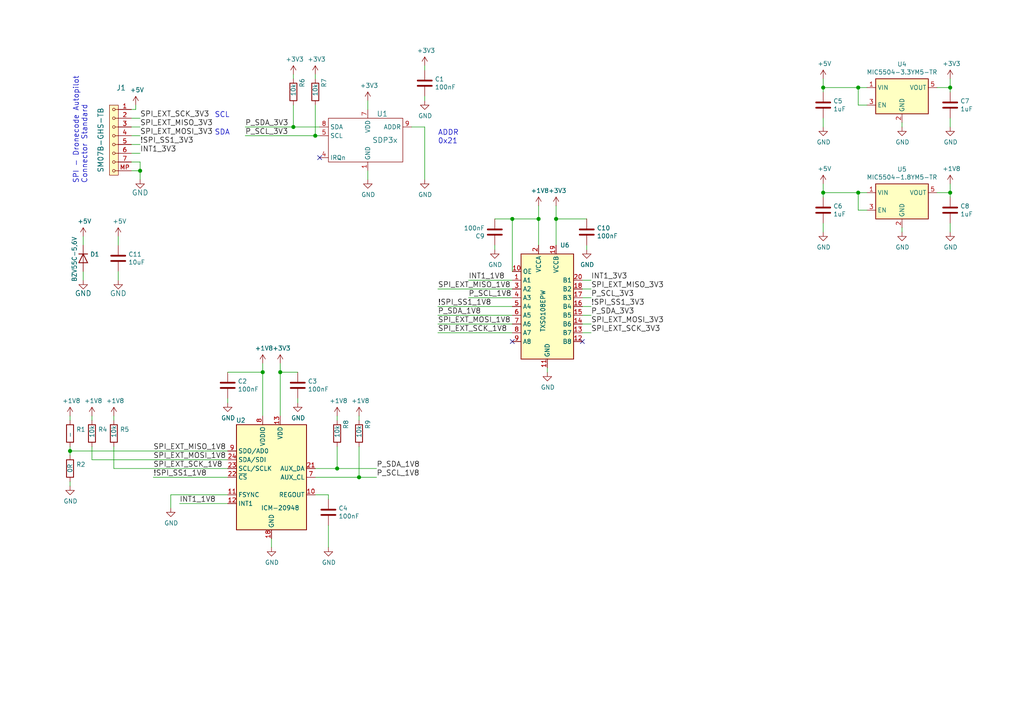
<source format=kicad_sch>
(kicad_sch (version 20201015) (generator eeschema)
  (page 1 1)
  (paper "A4")
  (title_block (title "NAME") (date "%F") (rev "REV") (company "Mlab www.mlab.cz") (comment 1 "VERSION") (comment 2 "Short description \\nTwo lines are maximum") (comment 3 "nickname <email@example.com>") (comment 4 "BSD"))
  (lib_symbols
    (symbol "Device:C" (pin_numbers hide) (pin_names (offset 0.254))
      (property "Reference" "C" (at 0.635 2.54 0))
      (property "Value" "C" (at 0.635 -2.54 0))
      (symbol "C_0_1"
        (polyline (pts (xy -2.032 -0.762) (xy 2.032 -0.762)) (stroke (width 0.508)))
        (polyline (pts (xy -2.032 0.762) (xy 2.032 0.762)) (stroke (width 0.508)))
      )
      (symbol "C_1_1"
        (pin passive line (at 0 3.81 270) (length 2.794) (name "~") (number "1"))
        (pin passive line (at 0 -3.81 90) (length 2.794) (name "~") (number "2"))
      )
    )
    (symbol "Device:D" (pin_numbers hide) (pin_names (offset 1.016) hide)
      (property "Reference" "D" (at 0 2.54 0))
      (property "Value" "D" (at 0 -2.54 0))
      (symbol "D_0_1"
        (polyline (pts (xy -1.27 1.27) (xy -1.27 -1.27)) (stroke (width 0.254)))
        (polyline (pts (xy 1.27 0) (xy -1.27 0)))
        (polyline (pts (xy 1.27 1.27) (xy 1.27 -1.27) (xy -1.27 0) (xy 1.27 1.27)) (stroke (width 0.254)))
      )
      (symbol "D_1_1"
        (pin passive line (at -3.81 0 0) (length 2.54) (name "K") (number "1"))
        (pin passive line (at 3.81 0 180) (length 2.54) (name "A") (number "2"))
      )
    )
    (symbol "Device:R" (pin_numbers hide) (pin_names (offset 0))
      (property "Reference" "R" (at 2.032 0 90))
      (property "Value" "R" (at 0 0 90))
      (symbol "R_0_1"
        (rectangle (start -1.016 -2.54) (end 1.016 2.54) (stroke (width 0.254)))
      )
      (symbol "R_1_1"
        (pin passive line (at 0 3.81 270) (length 1.27) (name "~") (number "1"))
        (pin passive line (at 0 -3.81 90) (length 1.27) (name "~") (number "2"))
      )
    )
    (symbol "Logic_LevelTranslator:TXS0108EPW"
      (property "Reference" "U" (at -6.35 16.51 0))
      (property "Value" "TXS0108EPW" (at 3.81 16.51 0))
      (symbol "TXS0108EPW_0_1"
        (rectangle (start -7.62 15.24) (end 7.62 -15.24) (stroke (width 0.254)) (fill (type background)))
      )
      (symbol "TXS0108EPW_1_1"
        (pin bidirectional line (at -10.16 7.62 0) (length 2.54) (name "A1") (number "1"))
        (pin input line (at -10.16 10.16 0) (length 2.54) (name "OE") (number "10"))
        (pin power_in line (at 0 -17.78 90) (length 2.54) (name "GND") (number "11"))
        (pin bidirectional line (at 10.16 -10.16 180) (length 2.54) (name "B8") (number "12"))
        (pin bidirectional line (at 10.16 -7.62 180) (length 2.54) (name "B7") (number "13"))
        (pin bidirectional line (at 10.16 -5.08 180) (length 2.54) (name "B6") (number "14"))
        (pin bidirectional line (at 10.16 -2.54 180) (length 2.54) (name "B5") (number "15"))
        (pin bidirectional line (at 10.16 0 180) (length 2.54) (name "B4") (number "16"))
        (pin bidirectional line (at 10.16 2.54 180) (length 2.54) (name "B3") (number "17"))
        (pin bidirectional line (at 10.16 5.08 180) (length 2.54) (name "B2") (number "18"))
        (pin power_in line (at 2.54 17.78 270) (length 2.54) (name "VCCB") (number "19"))
        (pin power_in line (at -2.54 17.78 270) (length 2.54) (name "VCCA") (number "2"))
        (pin bidirectional line (at 10.16 7.62 180) (length 2.54) (name "B1") (number "20"))
        (pin bidirectional line (at -10.16 5.08 0) (length 2.54) (name "A2") (number "3"))
        (pin bidirectional line (at -10.16 2.54 0) (length 2.54) (name "A3") (number "4"))
        (pin bidirectional line (at -10.16 0 0) (length 2.54) (name "A4") (number "5"))
        (pin bidirectional line (at -10.16 -2.54 0) (length 2.54) (name "A5") (number "6"))
        (pin bidirectional line (at -10.16 -5.08 0) (length 2.54) (name "A6") (number "7"))
        (pin bidirectional line (at -10.16 -7.62 0) (length 2.54) (name "A7") (number "8"))
        (pin bidirectional line (at -10.16 -10.16 0) (length 2.54) (name "A8") (number "9"))
      )
    )
    (symbol "MLAB_CONNECTORS_JST:SM07B-GHS-TB" (pin_names (offset 1.016))
      (property "Reference" "J" (at 0 -11.43 0))
      (property "Value" "SM07B-GHS-TB" (at 0 11.43 0))
      (symbol "SM07B-GHS-TB_0_1"
        (circle (center 0 -8.89) (radius 0.381))
        (circle (center 0 -6.35) (radius 0.381))
        (circle (center 0 -3.81) (radius 0.381))
        (circle (center 0 -1.27) (radius 0.381))
        (circle (center 0 1.27) (radius 0.381))
        (circle (center 0 3.81) (radius 0.381))
        (circle (center 0 6.35) (radius 0.381))
        (circle (center 0 8.89) (radius 0.381))
        (rectangle (start -1.27 10.16) (end 1.27 -10.16) (fill (type background)))
        (polyline (pts (xy -1.27 -8.89) (xy -0.381 -8.89)))
        (polyline (pts (xy -1.27 -6.35) (xy -0.381 -6.35)))
        (polyline (pts (xy -1.27 -3.81) (xy -0.381 -3.81)))
        (polyline (pts (xy -1.27 -1.27) (xy -0.381 -1.27)))
        (polyline (pts (xy -1.27 1.27) (xy -0.381 1.27)))
        (polyline (pts (xy -1.27 3.81) (xy -0.381 3.81)))
        (polyline (pts (xy -1.27 6.35) (xy -0.381 6.35)))
        (polyline (pts (xy -1.27 8.89) (xy -0.381 8.89)))
      )
      (symbol "SM07B-GHS-TB_1_1"
        (pin input line (at -5.08 8.89 0) (length 3.81) (name "~") (number "1"))
        (pin input line (at -5.08 6.35 0) (length 3.81) (name "~") (number "2"))
        (pin input line (at -5.08 3.81 0) (length 3.81) (name "~") (number "3"))
        (pin input line (at -5.08 1.27 0) (length 3.81) (name "~") (number "4"))
        (pin input line (at -5.08 -1.27 0) (length 3.81) (name "~") (number "5"))
        (pin input line (at -5.08 -3.81 0) (length 3.81) (name "~") (number "6"))
        (pin input line (at -5.08 -6.35 0) (length 3.81) (name "~") (number "7"))
        (pin input line (at -5.08 -8.89 0) (length 3.81) (name "~") (number "MP"))
      )
    )
    (symbol "MLAB_IO:SDP3x"
      (property "Reference" "U" (at 2.54 11.43 0))
      (property "Value" "SDP3x" (at 6.35 0 0))
      (symbol "SDP3x_0_1"
        (rectangle (start -11.43 10.16) (end 10.16 -2.54))
      )
      (symbol "SDP3x_1_1"
        (pin unspecified line (at 0 -5.08 90) (length 2.54) (name "GND") (number "1"))
        (pin unspecified line (at 0 -5.08 90) (length 2.54) hide (name "GND") (number "10"))
        (pin unspecified line (at 0 -5.08 90) (length 2.54) hide (name "GND") (number "11"))
        (pin unspecified line (at 0 -5.08 90) (length 2.54) hide (name "GND") (number "17"))
        (pin unspecified line (at 0 -5.08 90) (length 2.54) hide (name "GND") (number "18"))
        (pin unspecified line (at 0 -5.08 90) (length 2.54) hide (name "GND") (number "2"))
        (pin unspecified line (at 0 -5.08 90) (length 2.54) hide (name "GND") (number "3"))
        (pin unspecified line (at -13.97 -1.27 0) (length 2.54) (name "IRQn") (number "4"))
        (pin unspecified line (at -13.97 5.08 0) (length 2.54) (name "SCL") (number "5"))
        (pin unspecified line (at 0 -5.08 90) (length 2.54) hide (name "GND") (number "6"))
        (pin unspecified line (at 0 12.7 270) (length 2.54) (name "VDD") (number "7"))
        (pin unspecified line (at -13.97 7.62 0) (length 2.54) (name "SDA") (number "8"))
        (pin unspecified line (at 12.7 7.62 180) (length 2.54) (name "ADDR") (number "9"))
      )
    )
    (symbol "Regulator_Linear:MIC5504-1.8YM5"
      (property "Reference" "U" (at -7.62 8.89 0))
      (property "Value" "MIC5504-1.8YM5" (at -7.62 6.35 0))
      (symbol "MIC5504-1.8YM5_0_1"
        (rectangle (start -7.62 -5.08) (end 7.62 5.08) (stroke (width 0.254)) (fill (type background)))
      )
      (symbol "MIC5504-1.8YM5_1_1"
        (pin power_in line (at -10.16 2.54 0) (length 2.54) (name "VIN") (number "1"))
        (pin power_in line (at 0 -7.62 90) (length 2.54) (name "GND") (number "2"))
        (pin input line (at -10.16 -2.54 0) (length 2.54) (name "EN") (number "3"))
        (pin unconnected line (at 7.62 -2.54 180) (length 2.54) hide (name "NC") (number "4"))
        (pin power_out line (at 10.16 2.54 180) (length 2.54) (name "VOUT") (number "5"))
      )
    )
    (symbol "Regulator_Linear:MIC5504-3.3YM5"
      (property "Reference" "U" (at -7.62 8.89 0))
      (property "Value" "MIC5504-3.3YM5" (at -7.62 6.35 0))
      (symbol "MIC5504-3.3YM5_0_1"
        (rectangle (start -7.62 -5.08) (end 7.62 5.08) (stroke (width 0.254)) (fill (type background)))
      )
      (symbol "MIC5504-3.3YM5_1_1"
        (pin power_in line (at -10.16 2.54 0) (length 2.54) (name "VIN") (number "1"))
        (pin power_in line (at 0 -7.62 90) (length 2.54) (name "GND") (number "2"))
        (pin input line (at -10.16 -2.54 0) (length 2.54) (name "EN") (number "3"))
        (pin unconnected line (at 7.62 -2.54 180) (length 2.54) hide (name "NC") (number "4"))
        (pin power_out line (at 10.16 2.54 180) (length 2.54) (name "VOUT") (number "5"))
      )
    )
    (symbol "Sensor_Motion:ICM-20948"
      (property "Reference" "U" (at -11.43 16.51 0))
      (property "Value" "ICM-20948" (at 7.62 -16.51 0))
      (symbol "ICM-20948_0_1"
        (rectangle (start -10.16 15.24) (end 10.16 -15.24) (stroke (width 0.254)) (fill (type background)))
      )
      (symbol "ICM-20948_1_1"
        (pin unconnected line (at -10.16 12.7 0) (length 2.54) hide (name "NC") (number "1"))
        (pin passive line (at 12.7 -5.08 180) (length 2.54) (name "REGOUT") (number "10"))
        (pin input line (at -12.7 -5.08 0) (length 2.54) (name "FSYNC") (number "11"))
        (pin output line (at -12.7 -7.62 0) (length 2.54) (name "INT1") (number "12"))
        (pin power_in line (at 2.54 17.78 270) (length 2.54) (name "VDD") (number "13"))
        (pin unconnected line (at 10.16 7.62 180) (length 2.54) hide (name "NC") (number "14"))
        (pin unconnected line (at 10.16 5.08 180) (length 2.54) hide (name "NC") (number "15"))
        (pin unconnected line (at 10.16 -7.62 180) (length 2.54) hide (name "NC") (number "16"))
        (pin unconnected line (at 10.16 -10.16 180) (length 2.54) hide (name "NC") (number "17"))
        (pin power_in line (at 0 -17.78 90) (length 2.54) (name "GND") (number "18"))
        (pin unconnected line (at 10.16 -12.7 180) (length 2.54) hide (name "RESV") (number "19"))
        (pin unconnected line (at -10.16 10.16 0) (length 2.54) hide (name "NC") (number "2"))
        (pin passive line (at 0 -17.78 90) (length 2.54) hide (name "GND") (number "20"))
        (pin bidirectional line (at 12.7 2.54 180) (length 2.54) (name "AUX_DA") (number "21"))
        (pin input line (at -12.7 0 0) (length 2.54) (name "~CS") (number "22"))
        (pin input line (at -12.7 2.54 0) (length 2.54) (name "SCL/SCLK") (number "23"))
        (pin bidirectional line (at -12.7 5.08 0) (length 2.54) (name "SDA/SDI") (number "24"))
        (pin unconnected line (at -10.16 -2.54 0) (length 2.54) hide (name "NC") (number "3"))
        (pin unconnected line (at -10.16 -10.16 0) (length 2.54) hide (name "NC") (number "4"))
        (pin unconnected line (at -10.16 -12.7 0) (length 2.54) hide (name "NC") (number "5"))
        (pin unconnected line (at 10.16 10.16 180) (length 2.54) hide (name "NC") (number "6"))
        (pin output line (at 12.7 0 180) (length 2.54) (name "AUX_CL") (number "7"))
        (pin power_in line (at -2.54 17.78 270) (length 2.54) (name "VDDIO") (number "8"))
        (pin bidirectional line (at -12.7 7.62 0) (length 2.54) (name "SDO/AD0") (number "9"))
      )
    )
    (symbol "power:+1V8" (power) (pin_names (offset 0))
      (property "Value" "+1V8" (at 0 3.556 0))
      (symbol "+1V8_0_1"
        (polyline (pts (xy -0.762 1.27) (xy 0 2.54)))
        (polyline (pts (xy 0 0) (xy 0 2.54)))
        (polyline (pts (xy 0 2.54) (xy 0.762 1.27)))
      )
      (symbol "+1V8_1_1"
        (pin power_in line (at 0 0 90) (length 0) hide (name "+1V8") (number "1"))
      )
    )
    (symbol "power:+3.3V" (power) (pin_names (offset 0))
      (property "Value" "+3.3V" (at 0 3.556 0))
      (symbol "+3.3V_0_1"
        (polyline (pts (xy -0.762 1.27) (xy 0 2.54)))
        (polyline (pts (xy 0 0) (xy 0 2.54)))
        (polyline (pts (xy 0 2.54) (xy 0.762 1.27)))
      )
      (symbol "+3.3V_1_1"
        (pin power_in line (at 0 0 90) (length 0) hide (name "+3V3") (number "1"))
      )
    )
    (symbol "power:+5V" (power) (pin_names (offset 0))
      (property "Value" "+5V" (at 0 3.556 0))
      (symbol "+5V_0_1"
        (polyline (pts (xy -0.762 1.27) (xy 0 2.54)))
        (polyline (pts (xy 0 0) (xy 0 2.54)))
        (polyline (pts (xy 0 2.54) (xy 0.762 1.27)))
      )
      (symbol "+5V_1_1"
        (pin power_in line (at 0 0 90) (length 0) hide (name "+5V") (number "1"))
      )
    )
    (symbol "power:GND" (power) (pin_names (offset 0))
      (property "Value" "GND" (at 0 -3.81 0))
      (symbol "GND_0_1"
        (polyline (pts (xy 0 0) (xy 0 -1.27) (xy 1.27 -1.27) (xy 0 -2.54) (xy -1.27 -1.27) (xy 0 -1.27)))
      )
      (symbol "GND_1_1"
        (pin power_in line (at 0 0 270) (length 0) hide (name "GND") (number "1"))
      )
    )
  )
  (junction (at 20.32 130.81) (diameter 1.016))
  (junction (at 40.64 49.53) (diameter 1.016))
  (junction (at 76.2 107.95) (diameter 1.016))
  (junction (at 81.28 107.95) (diameter 1.016))
  (junction (at 85.09 36.83) (diameter 1.016))
  (junction (at 91.44 39.37) (diameter 1.016))
  (junction (at 97.79 135.89) (diameter 1.016))
  (junction (at 104.14 138.43) (diameter 1.016))
  (junction (at 148.59 63.5) (diameter 1.016))
  (junction (at 156.21 63.5) (diameter 1.016))
  (junction (at 161.29 63.5) (diameter 1.016))
  (junction (at 238.76 25.4) (diameter 1.016))
  (junction (at 238.76 55.88) (diameter 1.016))
  (junction (at 248.92 25.4) (diameter 1.016))
  (junction (at 248.92 55.88) (diameter 1.016))
  (junction (at 275.59 25.4) (diameter 1.016))
  (junction (at 275.59 55.88) (diameter 1.016))
  (no_connect (at 168.91 99.06))
  (no_connect (at 92.71 45.72))
  (no_connect (at 148.59 99.06))
  (wire (pts (xy 20.32 121.92) (xy 20.32 120.65)))
  (wire (pts (xy 20.32 130.81) (xy 20.32 129.54)))
  (wire (pts (xy 20.32 130.81) (xy 66.04 130.81)))
  (wire (pts (xy 20.32 132.08) (xy 20.32 130.81)))
  (wire (pts (xy 20.32 140.97) (xy 20.32 139.7)))
  (wire (pts (xy 24.13 68.58) (xy 24.13 71.12)))
  (wire (pts (xy 24.13 78.74) (xy 24.13 81.28)))
  (wire (pts (xy 26.67 120.65) (xy 26.67 121.92)))
  (wire (pts (xy 26.67 133.35) (xy 26.67 129.54)))
  (wire (pts (xy 26.67 133.35) (xy 66.04 133.35)))
  (wire (pts (xy 33.02 120.65) (xy 33.02 121.92)))
  (wire (pts (xy 33.02 129.54) (xy 33.02 135.89)))
  (wire (pts (xy 33.02 135.89) (xy 66.04 135.89)))
  (wire (pts (xy 34.29 68.58) (xy 34.29 71.12)))
  (wire (pts (xy 34.29 78.74) (xy 34.29 81.28)))
  (wire (pts (xy 38.1 31.75) (xy 39.37 31.75)))
  (wire (pts (xy 38.1 34.29) (xy 40.64 34.29)))
  (wire (pts (xy 38.1 36.83) (xy 40.64 36.83)))
  (wire (pts (xy 38.1 39.37) (xy 40.64 39.37)))
  (wire (pts (xy 38.1 41.91) (xy 40.64 41.91)))
  (wire (pts (xy 38.1 44.45) (xy 40.64 44.45)))
  (wire (pts (xy 38.1 46.99) (xy 40.64 46.99)))
  (wire (pts (xy 38.1 49.53) (xy 40.64 49.53)))
  (wire (pts (xy 39.37 31.75) (xy 39.37 30.48)))
  (wire (pts (xy 40.64 46.99) (xy 40.64 49.53)))
  (wire (pts (xy 40.64 49.53) (xy 40.64 52.07)))
  (wire (pts (xy 44.45 138.43) (xy 66.04 138.43)))
  (wire (pts (xy 49.53 143.51) (xy 49.53 147.32)))
  (wire (pts (xy 49.53 143.51) (xy 66.04 143.51)))
  (wire (pts (xy 52.07 146.05) (xy 66.04 146.05)))
  (wire (pts (xy 66.04 107.95) (xy 76.2 107.95)))
  (wire (pts (xy 66.04 116.84) (xy 66.04 115.57)))
  (wire (pts (xy 71.12 36.83) (xy 85.09 36.83)))
  (wire (pts (xy 71.12 39.37) (xy 91.44 39.37)))
  (wire (pts (xy 76.2 105.41) (xy 76.2 107.95)))
  (wire (pts (xy 76.2 107.95) (xy 76.2 120.65)))
  (wire (pts (xy 78.74 158.75) (xy 78.74 156.21)))
  (wire (pts (xy 81.28 105.41) (xy 81.28 107.95)))
  (wire (pts (xy 81.28 107.95) (xy 81.28 120.65)))
  (wire (pts (xy 85.09 21.59) (xy 85.09 22.86)))
  (wire (pts (xy 85.09 30.48) (xy 85.09 36.83)))
  (wire (pts (xy 85.09 36.83) (xy 92.71 36.83)))
  (wire (pts (xy 86.36 107.95) (xy 81.28 107.95)))
  (wire (pts (xy 86.36 116.84) (xy 86.36 115.57)))
  (wire (pts (xy 91.44 21.59) (xy 91.44 22.86)))
  (wire (pts (xy 91.44 30.48) (xy 91.44 39.37)))
  (wire (pts (xy 91.44 39.37) (xy 92.71 39.37)))
  (wire (pts (xy 91.44 135.89) (xy 97.79 135.89)))
  (wire (pts (xy 91.44 138.43) (xy 104.14 138.43)))
  (wire (pts (xy 91.44 143.51) (xy 95.25 143.51)))
  (wire (pts (xy 95.25 143.51) (xy 95.25 144.78)))
  (wire (pts (xy 95.25 152.4) (xy 95.25 158.75)))
  (wire (pts (xy 97.79 121.92) (xy 97.79 120.65)))
  (wire (pts (xy 97.79 129.54) (xy 97.79 135.89)))
  (wire (pts (xy 97.79 135.89) (xy 109.22 135.89)))
  (wire (pts (xy 104.14 120.65) (xy 104.14 121.92)))
  (wire (pts (xy 104.14 129.54) (xy 104.14 138.43)))
  (wire (pts (xy 104.14 138.43) (xy 109.22 138.43)))
  (wire (pts (xy 106.68 31.75) (xy 106.68 29.21)))
  (wire (pts (xy 106.68 49.53) (xy 106.68 52.07)))
  (wire (pts (xy 119.38 36.83) (xy 123.19 36.83)))
  (wire (pts (xy 123.19 20.32) (xy 123.19 19.05)))
  (wire (pts (xy 123.19 29.21) (xy 123.19 27.94)))
  (wire (pts (xy 123.19 36.83) (xy 123.19 52.07)))
  (wire (pts (xy 127 83.82) (xy 148.59 83.82)))
  (wire (pts (xy 127 88.9) (xy 148.59 88.9)))
  (wire (pts (xy 127 91.44) (xy 148.59 91.44)))
  (wire (pts (xy 127 93.98) (xy 148.59 93.98)))
  (wire (pts (xy 127 96.52) (xy 148.59 96.52)))
  (wire (pts (xy 135.89 81.28) (xy 148.59 81.28)))
  (wire (pts (xy 143.51 63.5) (xy 148.59 63.5)))
  (wire (pts (xy 143.51 72.39) (xy 143.51 71.12)))
  (wire (pts (xy 148.59 63.5) (xy 148.59 78.74)))
  (wire (pts (xy 148.59 63.5) (xy 156.21 63.5)))
  (wire (pts (xy 148.59 86.36) (xy 135.89 86.36)))
  (wire (pts (xy 156.21 59.69) (xy 156.21 63.5)))
  (wire (pts (xy 156.21 63.5) (xy 156.21 71.12)))
  (wire (pts (xy 158.75 107.95) (xy 158.75 106.68)))
  (wire (pts (xy 161.29 59.69) (xy 161.29 63.5)))
  (wire (pts (xy 161.29 63.5) (xy 161.29 71.12)))
  (wire (pts (xy 161.29 63.5) (xy 170.18 63.5)))
  (wire (pts (xy 168.91 81.28) (xy 171.45 81.28)))
  (wire (pts (xy 168.91 83.82) (xy 171.45 83.82)))
  (wire (pts (xy 168.91 86.36) (xy 171.45 86.36)))
  (wire (pts (xy 168.91 88.9) (xy 171.45 88.9)))
  (wire (pts (xy 168.91 91.44) (xy 171.45 91.44)))
  (wire (pts (xy 168.91 93.98) (xy 171.45 93.98)))
  (wire (pts (xy 168.91 96.52) (xy 171.45 96.52)))
  (wire (pts (xy 170.18 72.39) (xy 170.18 71.12)))
  (wire (pts (xy 238.76 25.4) (xy 238.76 22.86)))
  (wire (pts (xy 238.76 25.4) (xy 238.76 26.67)))
  (wire (pts (xy 238.76 34.29) (xy 238.76 36.83)))
  (wire (pts (xy 238.76 55.88) (xy 238.76 53.34)))
  (wire (pts (xy 238.76 55.88) (xy 238.76 57.15)))
  (wire (pts (xy 238.76 64.77) (xy 238.76 67.31)))
  (wire (pts (xy 248.92 25.4) (xy 238.76 25.4)))
  (wire (pts (xy 248.92 30.48) (xy 248.92 25.4)))
  (wire (pts (xy 248.92 55.88) (xy 238.76 55.88)))
  (wire (pts (xy 248.92 60.96) (xy 248.92 55.88)))
  (wire (pts (xy 251.46 25.4) (xy 248.92 25.4)))
  (wire (pts (xy 251.46 30.48) (xy 248.92 30.48)))
  (wire (pts (xy 251.46 55.88) (xy 248.92 55.88)))
  (wire (pts (xy 251.46 60.96) (xy 248.92 60.96)))
  (wire (pts (xy 261.62 36.83) (xy 261.62 35.56)))
  (wire (pts (xy 261.62 67.31) (xy 261.62 66.04)))
  (wire (pts (xy 271.78 25.4) (xy 275.59 25.4)))
  (wire (pts (xy 271.78 55.88) (xy 275.59 55.88)))
  (wire (pts (xy 275.59 22.86) (xy 275.59 25.4)))
  (wire (pts (xy 275.59 25.4) (xy 275.59 26.67)))
  (wire (pts (xy 275.59 34.29) (xy 275.59 36.83)))
  (wire (pts (xy 275.59 53.34) (xy 275.59 55.88)))
  (wire (pts (xy 275.59 55.88) (xy 275.59 57.15)))
  (wire (pts (xy 275.59 64.77) (xy 275.59 67.31)))
  (text "SPI - Dronecode Autopilot\nConnector Standard" (at 25.4 53.34 90) (effects (font (size 1.524 1.524)) (justify left bottom)))
  (text "SCL" (at 62.23 34.29 0) (effects (font (size 1.524 1.524)) (justify left bottom)))
  (text "SDA" (at 62.23 39.37 0) (effects (font (size 1.524 1.524)) (justify left bottom)))
  (text "ADDR\n0x21\n" (at 127 41.91 0) (effects (font (size 1.524 1.524)) (justify left bottom)))
  (label "SPI_EXT_SCK_3V3" (at 40.64 34.29 0) (effects (font (size 1.524 1.524))))
  (label "SPI_EXT_MISO_3V3" (at 40.64 36.83 0) (effects (font (size 1.524 1.524))))
  (label "SPI_EXT_MOSI_3V3" (at 40.64 39.37 0) (effects (font (size 1.524 1.524))))
  (label "!SPI_SS1_3V3" (at 40.64 41.91 0) (effects (font (size 1.524 1.524))))
  (label "INT1_3V3" (at 40.64 44.45 0) (effects (font (size 1.524 1.524))))
  (label "SPI_EXT_MISO_1V8" (at 44.45 130.81 0) (effects (font (size 1.524 1.524))))
  (label "SPI_EXT_MOSI_1V8" (at 44.45 133.35 0) (effects (font (size 1.524 1.524))))
  (label "SPI_EXT_SCK_1V8" (at 44.45 135.89 0) (effects (font (size 1.524 1.524))))
  (label "!SPI_SS1_1V8" (at 44.45 138.43 0) (effects (font (size 1.524 1.524))))
  (label "INT1_1V8" (at 52.07 146.05 0) (effects (font (size 1.524 1.524))))
  (label "P_SDA_3V3" (at 71.12 36.83 0) (effects (font (size 1.524 1.524))))
  (label "P_SCL_3V3" (at 71.12 39.37 0) (effects (font (size 1.524 1.524))))
  (label "P_SDA_1V8" (at 109.22 135.89 0) (effects (font (size 1.524 1.524))))
  (label "P_SCL_1V8" (at 109.22 138.43 0) (effects (font (size 1.524 1.524))))
  (label "SPI_EXT_MISO_1V8" (at 127 83.82 0) (effects (font (size 1.524 1.524))))
  (label "!SPI_SS1_1V8" (at 127 88.9 0) (effects (font (size 1.524 1.524))))
  (label "P_SDA_1V8" (at 127 91.44 0) (effects (font (size 1.524 1.524))))
  (label "SPI_EXT_MOSI_1V8" (at 127 93.98 0) (effects (font (size 1.524 1.524))))
  (label "SPI_EXT_SCK_1V8" (at 127 96.52 0) (effects (font (size 1.524 1.524))))
  (label "INT1_1V8" (at 135.89 81.28 0) (effects (font (size 1.524 1.524))))
  (label "P_SCL_1V8" (at 135.89 86.36 0) (effects (font (size 1.524 1.524))))
  (label "INT1_3V3" (at 171.45 81.28 0) (effects (font (size 1.524 1.524))))
  (label "SPI_EXT_MISO_3V3" (at 171.45 83.82 0) (effects (font (size 1.524 1.524))))
  (label "P_SCL_3V3" (at 171.45 86.36 0) (effects (font (size 1.524 1.524))))
  (label "!SPI_SS1_3V3" (at 171.45 88.9 0) (effects (font (size 1.524 1.524))))
  (label "P_SDA_3V3" (at 171.45 91.44 0) (effects (font (size 1.524 1.524))))
  (label "SPI_EXT_MOSI_3V3" (at 171.45 93.98 0) (effects (font (size 1.524 1.524))))
  (label "SPI_EXT_SCK_3V3" (at 171.45 96.52 0) (effects (font (size 1.524 1.524))))
  (symbol (lib_id "power:+1V8") (at 20.32 120.65 0) (unit 1)
    (property "Reference" "#PWR0126" (effects hide))
    (property "Value" "+1V8" (at 20.701 116.2558 0))
  )
  (symbol (lib_id "power:+5V") (at 24.13 68.58 0) (unit 1)
    (property "Reference" "#PWR01" (effects hide))
    (property "Value" "+5V" (at 24.511 64.1858 0))
  )
  (symbol (lib_id "power:+1V8") (at 26.67 120.65 0) (unit 1)
    (property "Reference" "#PWR0135" (effects hide))
    (property "Value" "+1V8" (at 27.051 116.2558 0))
  )
  (symbol (lib_id "power:+1V8") (at 33.02 120.65 0) (unit 1)
    (property "Reference" "#PWR0136" (effects hide))
    (property "Value" "+1V8" (at 33.401 116.2558 0))
  )
  (symbol (lib_id "power:+5V") (at 34.29 68.58 0) (unit 1)
    (property "Reference" "#PWR0138" (effects hide))
    (property "Value" "+5V" (at 34.671 64.1858 0))
  )
  (symbol (lib_id "power:+5V") (at 39.37 30.48 0) (unit 1)
    (property "Reference" "#PWR0110" (effects hide))
    (property "Value" "+5V" (at 39.751 26.0858 0))
  )
  (symbol (lib_id "power:+1V8") (at 76.2 105.41 0) (unit 1)
    (property "Reference" "#PWR0124" (effects hide))
    (property "Value" "+1V8" (at 76.581 101.0158 0))
  )
  (symbol (lib_id "power:+3.3V") (at 81.28 105.41 0) (unit 1)
    (property "Reference" "#PWR0137" (effects hide))
    (property "Value" "+3.3V" (at 81.661 101.0158 0))
  )
  (symbol (lib_id "power:+3.3V") (at 85.09 21.59 0) (unit 1)
    (property "Reference" "#PWR0131" (effects hide))
    (property "Value" "+3.3V" (at 85.471 17.1958 0))
  )
  (symbol (lib_id "power:+3.3V") (at 91.44 21.59 0) (unit 1)
    (property "Reference" "#PWR0132" (effects hide))
    (property "Value" "+3.3V" (at 91.821 17.1958 0))
  )
  (symbol (lib_id "power:+1V8") (at 97.79 120.65 0) (unit 1)
    (property "Reference" "#PWR0133" (effects hide))
    (property "Value" "+1V8" (at 98.171 116.2558 0))
  )
  (symbol (lib_id "power:+1V8") (at 104.14 120.65 0) (unit 1)
    (property "Reference" "#PWR0134" (effects hide))
    (property "Value" "+1V8" (at 104.521 116.2558 0))
  )
  (symbol (lib_id "power:+3.3V") (at 106.68 29.21 0) (unit 1)
    (property "Reference" "#PWR0103" (effects hide))
    (property "Value" "+3.3V" (at 107.061 24.8158 0))
  )
  (symbol (lib_id "power:+3.3V") (at 123.19 19.05 0) (unit 1)
    (property "Reference" "#PWR0108" (effects hide))
    (property "Value" "+3.3V" (at 123.571 14.6558 0))
  )
  (symbol (lib_id "power:+1V8") (at 156.21 59.69 0) (unit 1)
    (property "Reference" "#PWR0122" (effects hide))
    (property "Value" "+1V8" (at 156.591 55.2958 0))
  )
  (symbol (lib_id "power:+3.3V") (at 161.29 59.69 0) (unit 1)
    (property "Reference" "#PWR0123" (effects hide))
    (property "Value" "+3.3V" (at 161.671 55.2958 0))
  )
  (symbol (lib_id "power:+5V") (at 238.76 22.86 0) (unit 1)
    (property "Reference" "#PWR0111" (effects hide))
    (property "Value" "+5V" (at 239.141 18.4658 0))
  )
  (symbol (lib_id "power:+5V") (at 238.76 53.34 0) (unit 1)
    (property "Reference" "#PWR0116" (effects hide))
    (property "Value" "+5V" (at 239.141 48.9458 0))
  )
  (symbol (lib_id "power:+3.3V") (at 275.59 22.86 0) (unit 1)
    (property "Reference" "#PWR0115" (effects hide))
    (property "Value" "+3.3V" (at 275.971 18.4658 0))
  )
  (symbol (lib_id "power:+1V8") (at 275.59 53.34 0) (unit 1)
    (property "Reference" "#PWR0120" (effects hide))
    (property "Value" "+1V8" (at 275.971 48.9458 0))
  )
  (symbol (lib_id "power:GND") (at 20.32 140.97 0) (unit 1)
    (property "Reference" "#PWR0127" (effects hide))
    (property "Value" "GND" (at 20.447 145.3642 0))
  )
  (symbol (lib_id "power:GND") (at 24.13 81.28 0) (unit 1)
    (property "Reference" "#PWR02" (effects hide))
    (property "Value" "GND" (at 24.13 85.09 0) (effects (font (size 1.524 1.524))))
  )
  (symbol (lib_id "power:GND") (at 34.29 81.28 0) (unit 1)
    (property "Reference" "#PWR0139" (effects hide))
    (property "Value" "GND" (at 34.29 85.09 0) (effects (font (size 1.524 1.524))))
  )
  (symbol (lib_id "power:GND") (at 40.64 52.07 0) (unit 1)
    (property "Reference" "#PWR0109" (effects hide))
    (property "Value" "GND" (at 40.64 55.88 0) (effects (font (size 1.524 1.524))))
  )
  (symbol (lib_id "power:GND") (at 49.53 147.32 0) (unit 1)
    (property "Reference" "#PWR0125" (effects hide))
    (property "Value" "GND" (at 49.657 151.7142 0))
  )
  (symbol (lib_id "power:GND") (at 66.04 116.84 0) (unit 1)
    (property "Reference" "#PWR0105" (effects hide))
    (property "Value" "GND" (at 66.167 121.2342 0))
  )
  (symbol (lib_id "power:GND") (at 78.74 158.75 0) (unit 1)
    (property "Reference" "#PWR0107" (effects hide))
    (property "Value" "GND" (at 78.867 163.1442 0))
  )
  (symbol (lib_id "power:GND") (at 86.36 116.84 0) (unit 1)
    (property "Reference" "#PWR0104" (effects hide))
    (property "Value" "GND" (at 86.487 121.2342 0))
  )
  (symbol (lib_id "power:GND") (at 95.25 158.75 0) (unit 1)
    (property "Reference" "#PWR0106" (effects hide))
    (property "Value" "GND" (at 95.377 163.1442 0))
  )
  (symbol (lib_id "power:GND") (at 106.68 52.07 0) (unit 1)
    (property "Reference" "#PWR0101" (effects hide))
    (property "Value" "GND" (at 106.807 56.4642 0))
  )
  (symbol (lib_id "power:GND") (at 123.19 29.21 0) (unit 1)
    (property "Reference" "#PWR0121" (effects hide))
    (property "Value" "GND" (at 123.317 33.6042 0))
  )
  (symbol (lib_id "power:GND") (at 123.19 52.07 0) (unit 1)
    (property "Reference" "#PWR0102" (effects hide))
    (property "Value" "GND" (at 123.317 56.4642 0))
  )
  (symbol (lib_id "power:GND") (at 143.51 72.39 0) (unit 1)
    (property "Reference" "#PWR0129" (effects hide))
    (property "Value" "GND" (at 143.637 76.7842 0))
  )
  (symbol (lib_id "power:GND") (at 158.75 107.95 0) (unit 1)
    (property "Reference" "#PWR0128" (effects hide))
    (property "Value" "GND" (at 158.877 112.3442 0))
  )
  (symbol (lib_id "power:GND") (at 170.18 72.39 0) (unit 1)
    (property "Reference" "#PWR0130" (effects hide))
    (property "Value" "GND" (at 170.307 76.7842 0))
  )
  (symbol (lib_id "power:GND") (at 238.76 36.83 0) (unit 1)
    (property "Reference" "#PWR0112" (effects hide))
    (property "Value" "GND" (at 238.887 41.2242 0))
  )
  (symbol (lib_id "power:GND") (at 238.76 67.31 0) (unit 1)
    (property "Reference" "#PWR0117" (effects hide))
    (property "Value" "GND" (at 238.887 71.7042 0))
  )
  (symbol (lib_id "power:GND") (at 261.62 36.83 0) (unit 1)
    (property "Reference" "#PWR0113" (effects hide))
    (property "Value" "GND" (at 261.747 41.2242 0))
  )
  (symbol (lib_id "power:GND") (at 261.62 67.31 0) (unit 1)
    (property "Reference" "#PWR0118" (effects hide))
    (property "Value" "GND" (at 261.747 71.7042 0))
  )
  (symbol (lib_id "power:GND") (at 275.59 36.83 0) (unit 1)
    (property "Reference" "#PWR0114" (effects hide))
    (property "Value" "GND" (at 275.717 41.2242 0))
  )
  (symbol (lib_id "power:GND") (at 275.59 67.31 0) (unit 1)
    (property "Reference" "#PWR0119" (effects hide))
    (property "Value" "GND" (at 275.717 71.7042 0))
  )
  (symbol (lib_id "Device:R") (at 20.32 125.73 0) (unit 1)
    (property "Reference" "R1" (at 22.098 124.5616 0) (effects (justify left)))
    (property "Value" "-" (at 20.32 127 90) (effects (justify left)))
    (property "Footprint" "Mlab_R:SMD-0603" (effects hide))
  )
  (symbol (lib_id "Device:R") (at 20.32 135.89 0) (unit 1)
    (property "Reference" "R2" (at 22.098 134.7216 0) (effects (justify left)))
    (property "Value" "0R" (at 20.32 137.16 90) (effects (justify left)))
    (property "Footprint" "Mlab_R:SMD-0603" (effects hide))
    (property "UST_ID" "5c70984512875079b91f896b" (effects hide))
  )
  (symbol (lib_id "Device:R") (at 26.67 125.73 0) (unit 1)
    (property "Reference" "R4" (at 28.448 124.5616 0) (effects (justify left)))
    (property "Value" "10k" (at 26.67 127 90) (effects (justify left)))
    (property "Footprint" "Mlab_R:SMD-0603" (effects hide))
    (property "UST_ID" "5c70984612875079b91f899f" (effects hide))
  )
  (symbol (lib_id "Device:R") (at 33.02 125.73 0) (unit 1)
    (property "Reference" "R5" (at 34.798 124.5616 0) (effects (justify left)))
    (property "Value" "10k" (at 33.02 127 90) (effects (justify left)))
    (property "Footprint" "Mlab_R:SMD-0603" (effects hide))
    (property "UST_ID" "5c70984612875079b91f899f" (effects hide))
  )
  (symbol (lib_id "Device:R") (at 85.09 26.67 0) (unit 1)
    (property "Reference" "R6" (at 87.63 25.4 90) (effects (justify left)))
    (property "Value" "10k" (at 85.09 27.94 90) (effects (justify left)))
    (property "Footprint" "Mlab_R:SMD-0603" (effects hide))
    (property "UST_ID" "5c70984612875079b91f899f" (effects hide))
  )
  (symbol (lib_id "Device:R") (at 91.44 26.67 0) (unit 1)
    (property "Reference" "R7" (at 93.98 25.4 90) (effects (justify left)))
    (property "Value" "10k" (at 91.44 27.94 90) (effects (justify left)))
    (property "Footprint" "Mlab_R:SMD-0603" (effects hide))
    (property "UST_ID" "5c70984612875079b91f899f" (effects hide))
  )
  (symbol (lib_id "Device:R") (at 97.79 125.73 0) (unit 1)
    (property "Reference" "R8" (at 100.33 124.46 90) (effects (justify left)))
    (property "Value" "10k" (at 97.79 127 90) (effects (justify left)))
    (property "Footprint" "Mlab_R:SMD-0603" (effects hide))
    (property "UST_ID" "5c70984612875079b91f899f" (effects hide))
  )
  (symbol (lib_id "Device:R") (at 104.14 125.73 0) (unit 1)
    (property "Reference" "R9" (at 106.68 124.46 90) (effects (justify left)))
    (property "Value" "10k" (at 104.14 127 90) (effects (justify left)))
    (property "Footprint" "Mlab_R:SMD-0603" (effects hide))
    (property "UST_ID" "5c70984612875079b91f899f" (effects hide))
  )
  (symbol (lib_id "Device:D") (at 24.13 74.93 270) (unit 1)
    (property "Reference" "D1" (at 26.1366 73.7616 90) (effects (justify left)))
    (property "Value" "BZV55C-5,6V" (at 21.59 68.58 0) (effects (justify left)))
    (property "Footprint" "Diode_SMD:D_MiniMELF" (effects hide))
    (property "UST_ID" "5c70984512875079b91f88b1" (effects hide))
  )
  (symbol (lib_id "Device:C") (at 34.29 74.93 0) (unit 1)
    (property "Reference" "C11" (at 37.211 73.7616 0) (effects (justify left)))
    (property "Value" "10uF" (at 37.211 76.073 0) (effects (justify left)))
    (property "Footprint" "Mlab_R:SMD-0805" (effects hide))
    (property "UST_ID" "5c70984812875079b91f8bbd" (effects hide))
  )
  (symbol (lib_id "Device:C") (at 66.04 111.76 0) (unit 1)
    (property "Reference" "C2" (at 68.961 110.5916 0) (effects (justify left)))
    (property "Value" "100nF" (at 68.961 112.903 0) (effects (justify left)))
    (property "Footprint" "Mlab_R:SMD-0603" (effects hide))
    (property "UST_ID" "5c70984712875079b91f8b4c" (effects hide))
  )
  (symbol (lib_id "Device:C") (at 86.36 111.76 0) (unit 1)
    (property "Reference" "C3" (at 89.281 110.5916 0) (effects (justify left)))
    (property "Value" "100nF" (at 89.281 112.903 0) (effects (justify left)))
    (property "Footprint" "Mlab_R:SMD-0603" (effects hide))
    (property "UST_ID" "5c70984712875079b91f8b4c" (effects hide))
  )
  (symbol (lib_id "Device:C") (at 95.25 148.59 0) (unit 1)
    (property "Reference" "C4" (at 98.171 147.4216 0) (effects (justify left)))
    (property "Value" "100nF" (at 98.171 149.733 0) (effects (justify left)))
    (property "Footprint" "Mlab_R:SMD-0603" (effects hide))
    (property "UST_ID" "5c70984712875079b91f8b4c" (effects hide))
  )
  (symbol (lib_id "Device:C") (at 123.19 24.13 0) (unit 1)
    (property "Reference" "C1" (at 126.111 22.9616 0) (effects (justify left)))
    (property "Value" "100nF" (at 126.111 25.273 0) (effects (justify left)))
    (property "Footprint" "Mlab_R:SMD-0603" (effects hide))
    (property "UST_ID" "5c70984712875079b91f8b4c" (effects hide))
  )
  (symbol (lib_id "Device:C") (at 143.51 67.31 180) (unit 1)
    (property "Reference" "C9" (at 140.589 68.4784 0) (effects (justify left)))
    (property "Value" "100nF" (at 140.589 66.167 0) (effects (justify left)))
    (property "Footprint" "Mlab_R:SMD-0603" (effects hide))
    (property "UST_ID" "5c70984712875079b91f8b4c" (effects hide))
  )
  (symbol (lib_id "Device:C") (at 170.18 67.31 0) (unit 1)
    (property "Reference" "C10" (at 173.101 66.1416 0) (effects (justify left)))
    (property "Value" "100nF" (at 173.101 68.453 0) (effects (justify left)))
    (property "Footprint" "Mlab_R:SMD-0603" (effects hide))
    (property "UST_ID" "5c70984712875079b91f8b4c" (effects hide))
  )
  (symbol (lib_id "Device:C") (at 238.76 30.48 0) (unit 1)
    (property "Reference" "C5" (at 241.681 29.3116 0) (effects (justify left)))
    (property "Value" "1uF" (at 241.681 31.623 0) (effects (justify left)))
    (property "Footprint" "Mlab_R:SMD-0603" (effects hide))
    (property "UST_ID" "5c70984712875079b91f8b50" (effects hide))
  )
  (symbol (lib_id "Device:C") (at 238.76 60.96 0) (unit 1)
    (property "Reference" "C6" (at 241.681 59.7916 0) (effects (justify left)))
    (property "Value" "1uF" (at 241.681 62.103 0) (effects (justify left)))
    (property "Footprint" "Mlab_R:SMD-0603" (effects hide))
    (property "UST_ID" "5c70984712875079b91f8b50" (effects hide))
  )
  (symbol (lib_id "Device:C") (at 275.59 30.48 0) (unit 1)
    (property "Reference" "C7" (at 278.511 29.3116 0) (effects (justify left)))
    (property "Value" "1uF" (at 278.511 31.623 0) (effects (justify left)))
    (property "Footprint" "Mlab_R:SMD-0603" (effects hide))
    (property "UST_ID" "5c70984712875079b91f8b50" (effects hide))
  )
  (symbol (lib_id "Device:C") (at 275.59 60.96 0) (unit 1)
    (property "Reference" "C8" (at 278.511 59.7916 0) (effects (justify left)))
    (property "Value" "1uF" (at 278.511 62.103 0) (effects (justify left)))
    (property "Footprint" "Mlab_R:SMD-0603" (effects hide))
    (property "UST_ID" "5c70984712875079b91f8b50" (effects hide))
  )
  (symbol (lib_id "MLAB_CONNECTORS_JST:SM07B-GHS-TB") (at 33.02 40.64 0) (mirror y) (unit 1)
    (property "Reference" "J1" (at 35.1282 25.4762 0) (effects (font (size 1.524 1.524))))
    (property "Value" "SM07B-GHS-TB" (at 29.21 40.64 90) (effects (font (size 1.524 1.524))))
    (property "Footprint" "Connector_JST:JST_GH_SM07B-GHS-TB_1x07-1MP_P1.25mm_Horizontal" (effects hide))
    (property "UST_ID" "5c7250081287500b4e112e78" (effects hide))
  )
  (symbol (lib_id "Regulator_Linear:MIC5504-3.3YM5") (at 261.62 27.94 0) (unit 1)
    (property "Reference" "U4" (at 261.62 18.6182 0))
    (property "Value" "MIC5504-3.3YM5-TR" (at 261.62 20.9296 0))
    (property "Footprint" "Package_TO_SOT_SMD:SOT-23-5" (effects hide))
    (property "Datasheet" "http://ww1.microchip.com/downloads/en/DeviceDoc/MIC550X.pdf" (effects hide))
    (property "UST_ID" "5c7255e81287500b4e112ea2" (effects hide))
  )
  (symbol (lib_id "Regulator_Linear:MIC5504-1.8YM5") (at 261.62 58.42 0) (unit 1)
    (property "Reference" "U5" (at 261.62 49.0982 0))
    (property "Value" "MIC5504-1.8YM5-TR" (at 261.62 51.4096 0))
    (property "Footprint" "Package_TO_SOT_SMD:SOT-23-5" (effects hide))
    (property "Datasheet" "http://ww1.microchip.com/downloads/en/DeviceDoc/MIC550X.pdf" (effects hide))
    (property "UST_ID" "5c7256781287500b4e112eba" (effects hide))
  )
  (symbol (lib_id "MLAB_IO:SDP3x") (at 106.68 44.45 0) (unit 1)
    (property "Reference" "U1" (at 109.22 33.02 0) (effects (font (size 1.524 1.524)) (justify left)))
    (property "Value" "SDP3x" (at 107.95 40.64 0) (effects (font (size 1.524 1.524)) (justify left)))
    (property "Footprint" "Mlab_IO:SDP3x" (effects hide))
    (property "UST_ID" "5c70984812875079b91f8bd0" (effects hide))
  )
  (symbol (lib_id "Logic_LevelTranslator:TXS0108EPW") (at 158.75 88.9 0) (unit 1)
    (property "Reference" "U6" (at 163.83 71.12 0))
    (property "Value" "TXS0108EPW" (at 157.48 90.17 90))
    (property "Footprint" "Package_SO:TSSOP-20_4.4x6.5mm_P0.65mm" (effects hide))
    (property "Datasheet" "www.ti.com/lit/ds/symlink/txs0108e.pdf" (effects hide))
    (property "UST_ID" "5c7258471287500b4e112edd" (effects hide))
  )
  (symbol (lib_id "Sensor_Motion:ICM-20948") (at 78.74 138.43 0) (unit 1)
    (property "Reference" "U2" (at 69.85 121.92 0))
    (property "Value" "ICM-20948" (at 81.28 147.32 0))
    (property "Footprint" "Sensor_Motion:InvenSense_QFN-24_3x3mm_P0.4mm" (effects hide))
    (property "Datasheet" "http://www.invensense.com/wp-content/uploads/2016/06/DS-000189-ICM-20948-v1.3.pdf" (effects hide))
    (property "UST_ID" "5c725a431287500b4e112ef5" (effects hide))
  )
)
</source>
